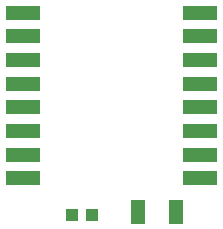
<source format=gbr>
G04 EAGLE Gerber RS-274X export*
G75*
%MOMM*%
%FSLAX34Y34*%
%LPD*%
%INSolderpaste Top*%
%IPPOS*%
%AMOC8*
5,1,8,0,0,1.08239X$1,22.5*%
G01*
%ADD10R,3.000000X1.200000*%
%ADD11R,1.100000X1.000000*%
%ADD12R,1.200000X2.000000*%


D10*
X64700Y124300D03*
X64700Y144300D03*
X64700Y164300D03*
X64700Y184300D03*
X64700Y104300D03*
X64700Y84300D03*
X64700Y64300D03*
X64700Y44300D03*
X214700Y44300D03*
X214700Y64300D03*
X214700Y84300D03*
X214700Y104300D03*
X214700Y124300D03*
X214700Y144300D03*
X214700Y164300D03*
X214700Y184300D03*
D11*
X122800Y12700D03*
X105800Y12700D03*
D12*
X161800Y15875D03*
X193800Y15875D03*
M02*

</source>
